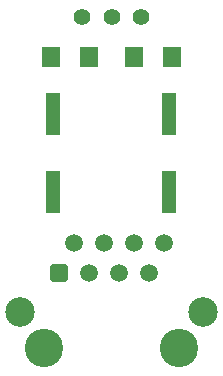
<source format=gbr>
%TF.GenerationSoftware,KiCad,Pcbnew,7.0.5-0*%
%TF.CreationDate,2024-07-28T13:55:19+02:00*%
%TF.ProjectId,rj45-dynamixel-adapter,726a3435-2d64-4796-9e61-6d6978656c2d,rev?*%
%TF.SameCoordinates,Original*%
%TF.FileFunction,Soldermask,Top*%
%TF.FilePolarity,Negative*%
%FSLAX46Y46*%
G04 Gerber Fmt 4.6, Leading zero omitted, Abs format (unit mm)*
G04 Created by KiCad (PCBNEW 7.0.5-0) date 2024-07-28 13:55:19*
%MOMM*%
%LPD*%
G01*
G04 APERTURE LIST*
G04 Aperture macros list*
%AMRoundRect*
0 Rectangle with rounded corners*
0 $1 Rounding radius*
0 $2 $3 $4 $5 $6 $7 $8 $9 X,Y pos of 4 corners*
0 Add a 4 corners polygon primitive as box body*
4,1,4,$2,$3,$4,$5,$6,$7,$8,$9,$2,$3,0*
0 Add four circle primitives for the rounded corners*
1,1,$1+$1,$2,$3*
1,1,$1+$1,$4,$5*
1,1,$1+$1,$6,$7*
1,1,$1+$1,$8,$9*
0 Add four rect primitives between the rounded corners*
20,1,$1+$1,$2,$3,$4,$5,0*
20,1,$1+$1,$4,$5,$6,$7,0*
20,1,$1+$1,$6,$7,$8,$9,0*
20,1,$1+$1,$8,$9,$2,$3,0*%
G04 Aperture macros list end*
%ADD10C,3.250000*%
%ADD11RoundRect,0.250500X-0.499500X-0.499500X0.499500X-0.499500X0.499500X0.499500X-0.499500X0.499500X0*%
%ADD12C,1.500000*%
%ADD13C,2.500000*%
%ADD14R,1.485014X1.727991*%
%ADD15C,1.397000*%
%ADD16R,1.259995X3.610008*%
G04 APERTURE END LIST*
D10*
%TO.C,J3*%
X145285000Y-112010000D03*
X156715000Y-112010000D03*
D11*
X146560000Y-105650000D03*
D12*
X147820000Y-103110000D03*
X149100000Y-105650000D03*
X150360000Y-103110000D03*
X151640000Y-105650000D03*
X152900000Y-103110000D03*
X154180000Y-105650000D03*
X155440000Y-103110000D03*
D13*
X143255000Y-108960000D03*
X158745000Y-108960000D03*
%TD*%
D14*
%TO.C,C1*%
X152907417Y-87376000D03*
X156092583Y-87376000D03*
%TD*%
D15*
%TO.C,J1*%
X153500000Y-84000000D03*
X151000000Y-84000000D03*
X148500000Y-84000000D03*
%TD*%
D16*
%TO.C,C3*%
X155898000Y-98787790D03*
X155898000Y-92198000D03*
%TD*%
D14*
%TO.C,C2*%
X149092583Y-87376000D03*
X145907417Y-87376000D03*
%TD*%
D16*
%TO.C,C4*%
X146000000Y-98794895D03*
X146000000Y-92205105D03*
%TD*%
M02*

</source>
